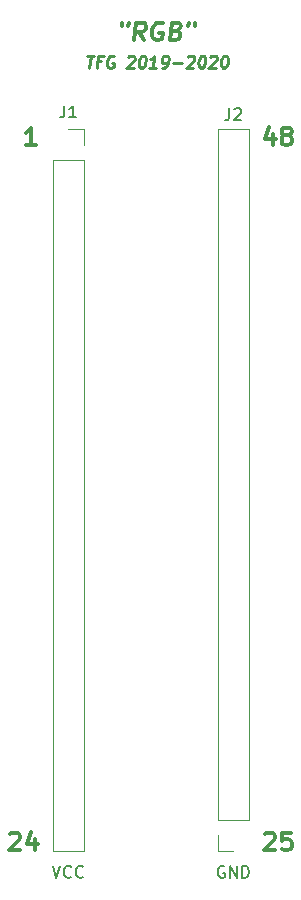
<source format=gbr>
G04 #@! TF.GenerationSoftware,KiCad,Pcbnew,(5.1.6)-1*
G04 #@! TF.CreationDate,2020-07-15T15:37:22+02:00*
G04 #@! TF.ProjectId,PCB_intermedia,5043425f-696e-4746-9572-6d656469612e,rev?*
G04 #@! TF.SameCoordinates,Original*
G04 #@! TF.FileFunction,Legend,Top*
G04 #@! TF.FilePolarity,Positive*
%FSLAX46Y46*%
G04 Gerber Fmt 4.6, Leading zero omitted, Abs format (unit mm)*
G04 Created by KiCad (PCBNEW (5.1.6)-1) date 2020-07-15 15:37:22*
%MOMM*%
%LPD*%
G01*
G04 APERTURE LIST*
%ADD10C,0.150000*%
%ADD11C,0.250000*%
%ADD12C,0.300000*%
%ADD13C,0.120000*%
G04 APERTURE END LIST*
D10*
X112903095Y-134120000D02*
X112807857Y-134072380D01*
X112665000Y-134072380D01*
X112522142Y-134120000D01*
X112426904Y-134215238D01*
X112379285Y-134310476D01*
X112331666Y-134500952D01*
X112331666Y-134643809D01*
X112379285Y-134834285D01*
X112426904Y-134929523D01*
X112522142Y-135024761D01*
X112665000Y-135072380D01*
X112760238Y-135072380D01*
X112903095Y-135024761D01*
X112950714Y-134977142D01*
X112950714Y-134643809D01*
X112760238Y-134643809D01*
X113379285Y-135072380D02*
X113379285Y-134072380D01*
X113950714Y-135072380D01*
X113950714Y-134072380D01*
X114426904Y-135072380D02*
X114426904Y-134072380D01*
X114665000Y-134072380D01*
X114807857Y-134120000D01*
X114903095Y-134215238D01*
X114950714Y-134310476D01*
X114998333Y-134500952D01*
X114998333Y-134643809D01*
X114950714Y-134834285D01*
X114903095Y-134929523D01*
X114807857Y-135024761D01*
X114665000Y-135072380D01*
X114426904Y-135072380D01*
X98361666Y-134072380D02*
X98695000Y-135072380D01*
X99028333Y-134072380D01*
X99933095Y-134977142D02*
X99885476Y-135024761D01*
X99742619Y-135072380D01*
X99647380Y-135072380D01*
X99504523Y-135024761D01*
X99409285Y-134929523D01*
X99361666Y-134834285D01*
X99314047Y-134643809D01*
X99314047Y-134500952D01*
X99361666Y-134310476D01*
X99409285Y-134215238D01*
X99504523Y-134120000D01*
X99647380Y-134072380D01*
X99742619Y-134072380D01*
X99885476Y-134120000D01*
X99933095Y-134167619D01*
X100933095Y-134977142D02*
X100885476Y-135024761D01*
X100742619Y-135072380D01*
X100647380Y-135072380D01*
X100504523Y-135024761D01*
X100409285Y-134929523D01*
X100361666Y-134834285D01*
X100314047Y-134643809D01*
X100314047Y-134500952D01*
X100361666Y-134310476D01*
X100409285Y-134215238D01*
X100504523Y-134120000D01*
X100647380Y-134072380D01*
X100742619Y-134072380D01*
X100885476Y-134120000D01*
X100933095Y-134167619D01*
D11*
X101308080Y-65492380D02*
X101879508Y-65492380D01*
X101468794Y-66492380D02*
X101593794Y-65492380D01*
X102486651Y-65968571D02*
X102153318Y-65968571D01*
X102087842Y-66492380D02*
X102212842Y-65492380D01*
X102689032Y-65492380D01*
X103587842Y-65540000D02*
X103498556Y-65492380D01*
X103355699Y-65492380D01*
X103206889Y-65540000D01*
X103099747Y-65635238D01*
X103040223Y-65730476D01*
X102968794Y-65920952D01*
X102950937Y-66063809D01*
X102974747Y-66254285D01*
X103010461Y-66349523D01*
X103093794Y-66444761D01*
X103230699Y-66492380D01*
X103325937Y-66492380D01*
X103474747Y-66444761D01*
X103528318Y-66397142D01*
X103569985Y-66063809D01*
X103379508Y-66063809D01*
X104772366Y-65587619D02*
X104825937Y-65540000D01*
X104927127Y-65492380D01*
X105165223Y-65492380D01*
X105254508Y-65540000D01*
X105296175Y-65587619D01*
X105331889Y-65682857D01*
X105319985Y-65778095D01*
X105254508Y-65920952D01*
X104611651Y-66492380D01*
X105230699Y-66492380D01*
X105974747Y-65492380D02*
X106069985Y-65492380D01*
X106159270Y-65540000D01*
X106200937Y-65587619D01*
X106236651Y-65682857D01*
X106260461Y-65873333D01*
X106230699Y-66111428D01*
X106159270Y-66301904D01*
X106099747Y-66397142D01*
X106046175Y-66444761D01*
X105944985Y-66492380D01*
X105849747Y-66492380D01*
X105760461Y-66444761D01*
X105718794Y-66397142D01*
X105683080Y-66301904D01*
X105659270Y-66111428D01*
X105689032Y-65873333D01*
X105760461Y-65682857D01*
X105819985Y-65587619D01*
X105873556Y-65540000D01*
X105974747Y-65492380D01*
X107135461Y-66492380D02*
X106564032Y-66492380D01*
X106849747Y-66492380D02*
X106974747Y-65492380D01*
X106861651Y-65635238D01*
X106754508Y-65730476D01*
X106653318Y-65778095D01*
X107611651Y-66492380D02*
X107802127Y-66492380D01*
X107903318Y-66444761D01*
X107956889Y-66397142D01*
X108069985Y-66254285D01*
X108141413Y-66063809D01*
X108189032Y-65682857D01*
X108153318Y-65587619D01*
X108111651Y-65540000D01*
X108022366Y-65492380D01*
X107831889Y-65492380D01*
X107730699Y-65540000D01*
X107677127Y-65587619D01*
X107617604Y-65682857D01*
X107587842Y-65920952D01*
X107623556Y-66016190D01*
X107665223Y-66063809D01*
X107754508Y-66111428D01*
X107944985Y-66111428D01*
X108046175Y-66063809D01*
X108099747Y-66016190D01*
X108159270Y-65920952D01*
X108564032Y-66111428D02*
X109325937Y-66111428D01*
X109819985Y-65587619D02*
X109873556Y-65540000D01*
X109974747Y-65492380D01*
X110212842Y-65492380D01*
X110302127Y-65540000D01*
X110343794Y-65587619D01*
X110379508Y-65682857D01*
X110367604Y-65778095D01*
X110302127Y-65920952D01*
X109659270Y-66492380D01*
X110278318Y-66492380D01*
X111022366Y-65492380D02*
X111117604Y-65492380D01*
X111206889Y-65540000D01*
X111248556Y-65587619D01*
X111284270Y-65682857D01*
X111308080Y-65873333D01*
X111278318Y-66111428D01*
X111206889Y-66301904D01*
X111147366Y-66397142D01*
X111093794Y-66444761D01*
X110992604Y-66492380D01*
X110897366Y-66492380D01*
X110808080Y-66444761D01*
X110766413Y-66397142D01*
X110730699Y-66301904D01*
X110706889Y-66111428D01*
X110736651Y-65873333D01*
X110808080Y-65682857D01*
X110867604Y-65587619D01*
X110921175Y-65540000D01*
X111022366Y-65492380D01*
X111724747Y-65587619D02*
X111778318Y-65540000D01*
X111879508Y-65492380D01*
X112117604Y-65492380D01*
X112206889Y-65540000D01*
X112248556Y-65587619D01*
X112284270Y-65682857D01*
X112272366Y-65778095D01*
X112206889Y-65920952D01*
X111564032Y-66492380D01*
X112183080Y-66492380D01*
X112927127Y-65492380D02*
X113022366Y-65492380D01*
X113111651Y-65540000D01*
X113153318Y-65587619D01*
X113189032Y-65682857D01*
X113212842Y-65873333D01*
X113183080Y-66111428D01*
X113111651Y-66301904D01*
X113052127Y-66397142D01*
X112998556Y-66444761D01*
X112897366Y-66492380D01*
X112802127Y-66492380D01*
X112712842Y-66444761D01*
X112671175Y-66397142D01*
X112635461Y-66301904D01*
X112611651Y-66111428D01*
X112641413Y-65873333D01*
X112712842Y-65682857D01*
X112772366Y-65587619D01*
X112825937Y-65540000D01*
X112927127Y-65492380D01*
D12*
X104239285Y-62678571D02*
X104203571Y-62964285D01*
X104810714Y-62678571D02*
X104775000Y-62964285D01*
X106123214Y-64178571D02*
X105712500Y-63464285D01*
X105266071Y-64178571D02*
X105453571Y-62678571D01*
X106025000Y-62678571D01*
X106158928Y-62750000D01*
X106221428Y-62821428D01*
X106275000Y-62964285D01*
X106248214Y-63178571D01*
X106158928Y-63321428D01*
X106078571Y-63392857D01*
X105926785Y-63464285D01*
X105355357Y-63464285D01*
X107730357Y-62750000D02*
X107596428Y-62678571D01*
X107382142Y-62678571D01*
X107158928Y-62750000D01*
X106998214Y-62892857D01*
X106908928Y-63035714D01*
X106801785Y-63321428D01*
X106775000Y-63535714D01*
X106810714Y-63821428D01*
X106864285Y-63964285D01*
X106989285Y-64107142D01*
X107194642Y-64178571D01*
X107337500Y-64178571D01*
X107560714Y-64107142D01*
X107641071Y-64035714D01*
X107703571Y-63535714D01*
X107417857Y-63535714D01*
X108864285Y-63392857D02*
X109069642Y-63464285D01*
X109132142Y-63535714D01*
X109185714Y-63678571D01*
X109158928Y-63892857D01*
X109069642Y-64035714D01*
X108989285Y-64107142D01*
X108837500Y-64178571D01*
X108266071Y-64178571D01*
X108453571Y-62678571D01*
X108953571Y-62678571D01*
X109087500Y-62750000D01*
X109150000Y-62821428D01*
X109203571Y-62964285D01*
X109185714Y-63107142D01*
X109096428Y-63250000D01*
X109016071Y-63321428D01*
X108864285Y-63392857D01*
X108364285Y-63392857D01*
X109882142Y-62678571D02*
X109846428Y-62964285D01*
X110453571Y-62678571D02*
X110417857Y-62964285D01*
X117046428Y-72068571D02*
X117046428Y-73068571D01*
X116689285Y-71497142D02*
X116332142Y-72568571D01*
X117260714Y-72568571D01*
X118046428Y-72211428D02*
X117903571Y-72140000D01*
X117832142Y-72068571D01*
X117760714Y-71925714D01*
X117760714Y-71854285D01*
X117832142Y-71711428D01*
X117903571Y-71640000D01*
X118046428Y-71568571D01*
X118332142Y-71568571D01*
X118475000Y-71640000D01*
X118546428Y-71711428D01*
X118617857Y-71854285D01*
X118617857Y-71925714D01*
X118546428Y-72068571D01*
X118475000Y-72140000D01*
X118332142Y-72211428D01*
X118046428Y-72211428D01*
X117903571Y-72282857D01*
X117832142Y-72354285D01*
X117760714Y-72497142D01*
X117760714Y-72782857D01*
X117832142Y-72925714D01*
X117903571Y-72997142D01*
X118046428Y-73068571D01*
X118332142Y-73068571D01*
X118475000Y-72997142D01*
X118546428Y-72925714D01*
X118617857Y-72782857D01*
X118617857Y-72497142D01*
X118546428Y-72354285D01*
X118475000Y-72282857D01*
X118332142Y-72211428D01*
X96948571Y-73068571D02*
X96091428Y-73068571D01*
X96520000Y-73068571D02*
X96520000Y-71568571D01*
X96377142Y-71782857D01*
X96234285Y-71925714D01*
X96091428Y-71997142D01*
X116332142Y-131401428D02*
X116403571Y-131330000D01*
X116546428Y-131258571D01*
X116903571Y-131258571D01*
X117046428Y-131330000D01*
X117117857Y-131401428D01*
X117189285Y-131544285D01*
X117189285Y-131687142D01*
X117117857Y-131901428D01*
X116260714Y-132758571D01*
X117189285Y-132758571D01*
X118546428Y-131258571D02*
X117832142Y-131258571D01*
X117760714Y-131972857D01*
X117832142Y-131901428D01*
X117975000Y-131830000D01*
X118332142Y-131830000D01*
X118475000Y-131901428D01*
X118546428Y-131972857D01*
X118617857Y-132115714D01*
X118617857Y-132472857D01*
X118546428Y-132615714D01*
X118475000Y-132687142D01*
X118332142Y-132758571D01*
X117975000Y-132758571D01*
X117832142Y-132687142D01*
X117760714Y-132615714D01*
X94742142Y-131401428D02*
X94813571Y-131330000D01*
X94956428Y-131258571D01*
X95313571Y-131258571D01*
X95456428Y-131330000D01*
X95527857Y-131401428D01*
X95599285Y-131544285D01*
X95599285Y-131687142D01*
X95527857Y-131901428D01*
X94670714Y-132758571D01*
X95599285Y-132758571D01*
X96885000Y-131758571D02*
X96885000Y-132758571D01*
X96527857Y-131187142D02*
X96170714Y-132258571D01*
X97099285Y-132258571D01*
D13*
X98365000Y-74295000D02*
X101025000Y-74295000D01*
X98365000Y-74295000D02*
X98365000Y-132775000D01*
X98365000Y-132775000D02*
X101025000Y-132775000D01*
X101025000Y-74295000D02*
X101025000Y-132775000D01*
X101025000Y-71695000D02*
X101025000Y-73025000D01*
X99695000Y-71695000D02*
X101025000Y-71695000D01*
X113665000Y-132775000D02*
X112335000Y-132775000D01*
X112335000Y-132775000D02*
X112335000Y-131445000D01*
X112335000Y-130175000D02*
X112335000Y-71695000D01*
X114995000Y-71695000D02*
X112335000Y-71695000D01*
X114995000Y-130175000D02*
X114995000Y-71695000D01*
X114995000Y-130175000D02*
X112335000Y-130175000D01*
D10*
X99361666Y-69707380D02*
X99361666Y-70421666D01*
X99314047Y-70564523D01*
X99218809Y-70659761D01*
X99075952Y-70707380D01*
X98980714Y-70707380D01*
X100361666Y-70707380D02*
X99790238Y-70707380D01*
X100075952Y-70707380D02*
X100075952Y-69707380D01*
X99980714Y-69850238D01*
X99885476Y-69945476D01*
X99790238Y-69993095D01*
X113331666Y-69937380D02*
X113331666Y-70651666D01*
X113284047Y-70794523D01*
X113188809Y-70889761D01*
X113045952Y-70937380D01*
X112950714Y-70937380D01*
X113760238Y-70032619D02*
X113807857Y-69985000D01*
X113903095Y-69937380D01*
X114141190Y-69937380D01*
X114236428Y-69985000D01*
X114284047Y-70032619D01*
X114331666Y-70127857D01*
X114331666Y-70223095D01*
X114284047Y-70365952D01*
X113712619Y-70937380D01*
X114331666Y-70937380D01*
M02*

</source>
